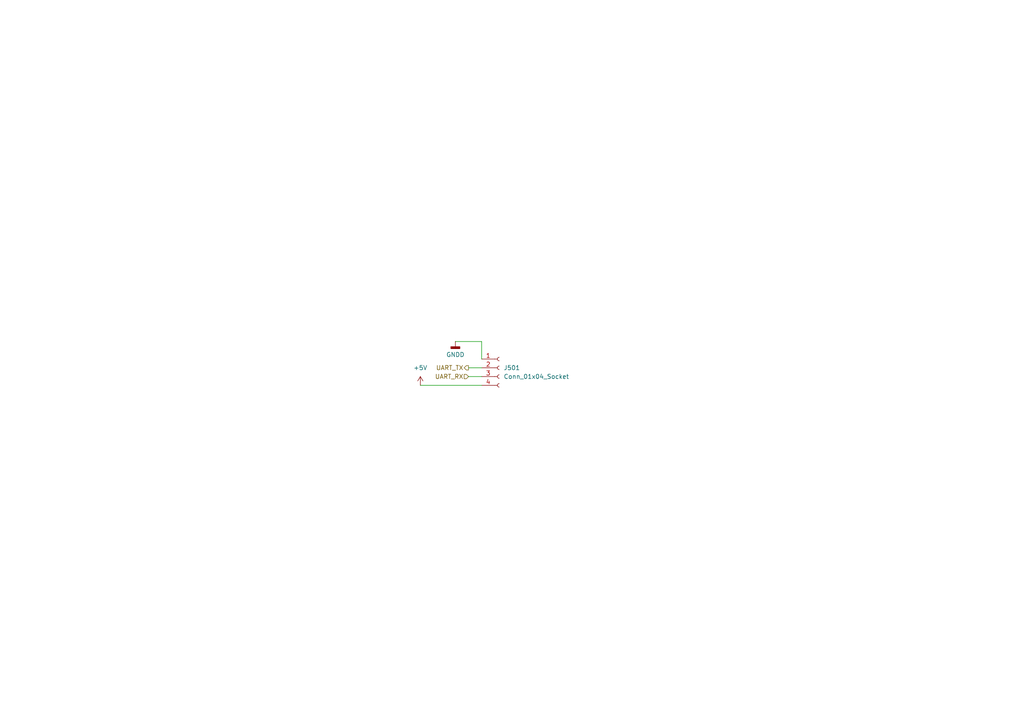
<source format=kicad_sch>
(kicad_sch (version 20231120) (generator "eeschema") (generator_version "8.0")
  (paper "A4")
  (lib_symbols
    (symbol "Connector:Conn_01x04_Socket" (pin_names (offset 1.016) hide)
      (property "Reference" "J" (at 0 5.08 0))
      (property "Value" "Conn_01x04_Socket" (at 0 -7.62 0))
      (symbol "Conn_01x04_Socket_1_1"
        (arc (start 0 -4.572) (mid -0.5058 -5.08) (end 0 -5.588) (stroke (width 0.1524)))
        (arc (start 0 -2.032) (mid -0.5058 -2.54) (end 0 -3.048) (stroke (width 0.1524)))
        (polyline (pts (xy -1.27 -5.08) (xy -0.508 -5.08)) (stroke (width 0.1524)))
        (polyline (pts (xy -1.27 -2.54) (xy -0.508 -2.54)) (stroke (width 0.1524)))
        (polyline (pts (xy -1.27 0) (xy -0.508 0)) (stroke (width 0.1524)))
        (polyline (pts (xy -1.27 2.54) (xy -0.508 2.54)) (stroke (width 0.1524)))
        (arc (start 0 0.508) (mid -0.5058 0) (end 0 -0.508) (stroke (width 0.1524)))
        (arc (start 0 3.048) (mid -0.5058 2.54) (end 0 2.032) (stroke (width 0.1524)))
        (pin passive line (at -5.08 2.54 0) (length 3.81) (name "Pin_1") (number "1"))
        (pin passive line (at -5.08 0 0) (length 3.81) (name "Pin_2") (number "2"))
        (pin passive line (at -5.08 -2.54 0) (length 3.81) (name "Pin_3") (number "3"))
        (pin passive line (at -5.08 -5.08 0) (length 3.81) (name "Pin_4") (number "4"))
      )
    )
    (symbol "power:+5V" (power) (pin_numbers hide) (pin_names (offset 0) hide)
      (property "Value" "+5V" (at 0 3.556 0))
      (symbol "+5V_0_1"
        (polyline (pts (xy -0.762 1.27) (xy 0 2.54)))
        (polyline (pts (xy 0 0) (xy 0 2.54)))
        (polyline (pts (xy 0 2.54) (xy 0.762 1.27)))
      )
      (symbol "+5V_1_1"
        (pin power_in line (at 0 0 90) (length 0) (name "~") (number "1"))
      )
    )
    (symbol "power:GNDD" (power) (pin_numbers hide) (pin_names (offset 0) hide)
      (property "Value" "GNDD" (at 0 -3.175 0))
      (symbol "GNDD_0_1"
        (rectangle (start -1.27 -1.524) (end 1.27 -2.032) (stroke (width 0.254)) (fill (type outline)))
        (polyline (pts (xy 0 0) (xy 0 -1.524)))
      )
      (symbol "GNDD_1_1"
        (pin power_in line (at 0 0 270) (length 0) (name "~") (number "1"))
      )
    )
  )
  (wire (pts (xy 135.89 106.68) (xy 139.7 106.68)))
  (wire (pts (xy 121.92 111.76) (xy 139.7 111.76)))
  (wire (pts (xy 139.7 99.06) (xy 139.7 104.14)))
  (wire (pts (xy 132.08 99.06) (xy 139.7 99.06)))
  (wire (pts (xy 135.89 109.22) (xy 139.7 109.22)))
  (hierarchical_label "UART_RX" (shape input) (at 135.89 109.22 180))
  (hierarchical_label "UART_TX" (shape output) (at 135.89 106.68 180))
  (symbol (lib_id "Connector:Conn_01x04_Socket") (at 144.78 106.68 0) (unit 1)
    (property "Reference" "J501" (at 146.05 106.6799 0) (effects (justify left)))
    (property "Value" "Conn_01x04_Socket" (at 146.05 109.2199 0) (effects (justify left)))
    (property "Footprint" "Connector_JST:JST_XH_B4B-XH-A_1x04_P2.50mm_Vertical" (effects (hide yes)))
    (property "Description" "Generic connector, single row, 01x04, script generated" (effects (hide yes)))
  )
  (symbol (lib_id "power:GNDD") (at 132.08 99.06 0) (unit 1)
    (property "Reference" "#PWR0501" (effects (hide yes)))
    (property "Value" "GNDD" (at 132.08 102.87 0))
    (property "Description" "Power symbol creates a global label with name \"GNDD\" , digital ground" (effects (hide yes)))
  )
  (symbol (lib_id "power:+5V") (at 121.92 111.76 0) (unit 1)
    (property "Reference" "#PWR0502" (effects (hide yes)))
    (property "Value" "+5V" (at 121.92 106.68 0))
    (property "Description" "Power symbol creates a global label with name \"+5V\"" (effects (hide yes)))
  )
)
</source>
